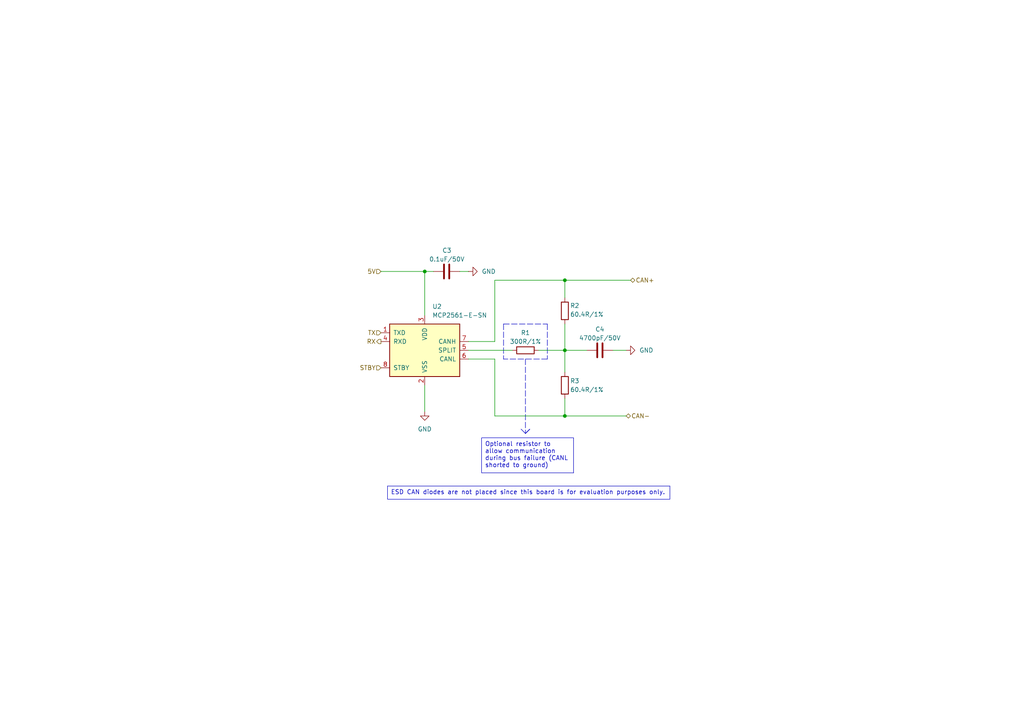
<source format=kicad_sch>
(kicad_sch (version 20231120) (generator "eeschema") (generator_version "8.0")
  (paper "A4")
  (title_block (title "${project_name}") (date "2024-11-20") (rev "v1") (company "${uni_name}") (comment 1 "${course_date}") (comment 2 "${folder_name}"))
  (lib_symbols
    (symbol "Device:C" (pin_numbers hide) (pin_names (offset 0.254))
      (property "Reference" "C" (at 0.635 2.54 0))
      (property "Value" "C" (at 0.635 -2.54 0))
      (symbol "C_0_1"
        (polyline (pts (xy -2.032 -0.762) (xy 2.032 -0.762)) (stroke (width 0.508)))
        (polyline (pts (xy -2.032 0.762) (xy 2.032 0.762)) (stroke (width 0.508)))
      )
      (symbol "C_1_1"
        (pin passive line (at 0 3.81 270) (length 2.794) (name "~") (number "1"))
        (pin passive line (at 0 -3.81 90) (length 2.794) (name "~") (number "2"))
      )
    )
    (symbol "Device:R" (pin_numbers hide) (pin_names (offset 0))
      (property "Reference" "R" (at 2.032 0 90))
      (property "Value" "R" (at 0 0 90))
      (symbol "R_0_1"
        (rectangle (start -1.016 -2.54) (end 1.016 2.54) (stroke (width 0.254)))
      )
      (symbol "R_1_1"
        (pin passive line (at 0 3.81 270) (length 1.27) (name "~") (number "1"))
        (pin passive line (at 0 -3.81 90) (length 1.27) (name "~") (number "2"))
      )
    )
    (symbol "Interface_CAN_LIN:MCP2561-E-SN" (pin_names (offset 1.016))
      (property "Reference" "U" (at -10.16 8.89 0))
      (property "Value" "MCP2561-E-SN" (at 2.54 8.89 0))
      (symbol "MCP2561-E-SN_0_1"
        (rectangle (start -10.16 7.62) (end 10.16 -7.62) (stroke (width 0.254)) (fill (type background)))
      )
      (symbol "MCP2561-E-SN_1_1"
        (pin input line (at -12.7 5.08 0) (length 2.54) (name "TXD") (number "1"))
        (pin power_in line (at 0 -10.16 90) (length 2.54) (name "VSS") (number "2"))
        (pin power_in line (at 0 10.16 270) (length 2.54) (name "VDD") (number "3"))
        (pin output line (at -12.7 2.54 0) (length 2.54) (name "RXD") (number "4"))
        (pin passive line (at 12.7 0 180) (length 2.54) (name "SPLIT") (number "5"))
        (pin bidirectional line (at 12.7 -2.54 180) (length 2.54) (name "CANL") (number "6"))
        (pin bidirectional line (at 12.7 2.54 180) (length 2.54) (name "CANH") (number "7"))
        (pin input line (at -12.7 -5.08 0) (length 2.54) (name "STBY") (number "8"))
      )
    )
    (symbol "power:GND" (power) (pin_numbers hide) (pin_names (offset 0) hide)
      (property "Value" "GND" (at 0 -3.81 0))
      (symbol "GND_0_1"
        (polyline (pts (xy 0 0) (xy 0 -1.27) (xy 1.27 -1.27) (xy 0 -2.54) (xy -1.27 -1.27) (xy 0 -1.27)))
      )
      (symbol "GND_1_1"
        (pin power_in line (at 0 0 270) (length 0) (name "~") (number "1"))
      )
    )
  )
  (junction (at 163.83 120.65))
  (junction (at 163.83 101.6))
  (junction (at 163.83 81.28))
  (junction (at 123.19 78.74))
  (wire (pts (xy 163.83 93.98) (xy 163.83 101.6)))
  (wire (pts (xy 123.19 78.74) (xy 123.19 91.44)))
  (wire (pts (xy 143.51 81.28) (xy 163.83 81.28)))
  (wire (pts (xy 163.83 81.28) (xy 163.83 86.36)))
  (wire (pts (xy 135.89 99.06) (xy 143.51 99.06)))
  (wire (pts (xy 143.51 104.14) (xy 143.51 120.65)))
  (wire (pts (xy 135.89 104.14) (xy 143.51 104.14)))
  (wire (pts (xy 143.51 120.65) (xy 163.83 120.65)))
  (polyline (pts (xy 158.75 93.98) (xy 158.75 104.14)) (stroke (width 0) (type dash)))
  (polyline (pts (xy 151.13 124.46) (xy 152.4 125.73)))
  (polyline (pts (xy 153.67 124.46) (xy 152.4 125.73)) (stroke (width 0) (type dash)))
  (wire (pts (xy 163.83 120.65) (xy 181.61 120.65)))
  (wire (pts (xy 123.19 111.76) (xy 123.19 119.38)))
  (wire (pts (xy 163.83 115.57) (xy 163.83 120.65)))
  (wire (pts (xy 123.19 78.74) (xy 125.73 78.74)))
  (wire (pts (xy 163.83 101.6) (xy 170.18 101.6)))
  (polyline (pts (xy 152.4 125.73) (xy 153.67 124.46)) (stroke (width 0) (type dash)))
  (polyline (pts (xy 146.05 93.98) (xy 158.75 93.98)) (stroke (width 0) (type dash)))
  (wire (pts (xy 110.49 78.74) (xy 123.19 78.74)))
  (wire (pts (xy 163.83 101.6) (xy 163.83 107.95)))
  (polyline (pts (xy 152.4 104.14) (xy 152.4 125.73)) (stroke (width 0) (type dash)))
  (wire (pts (xy 135.89 101.6) (xy 148.59 101.6)))
  (wire (pts (xy 156.21 101.6) (xy 163.83 101.6)))
  (wire (pts (xy 177.8 101.6) (xy 181.61 101.6)))
  (polyline (pts (xy 146.05 93.98) (xy 146.05 104.14)) (stroke (width 0) (type dash)))
  (polyline (pts (xy 158.75 104.14) (xy 146.05 104.14)) (stroke (width 0) (type dash)))
  (wire (pts (xy 133.35 78.74) (xy 135.89 78.74)))
  (wire (pts (xy 143.51 81.28) (xy 143.51 99.06)))
  (wire (pts (xy 163.83 81.28) (xy 182.88 81.28)))
  (text_box "Optional resistor to allow communication during bus failure (CANL shorted to ground)" (at 139.7 127 0) (size 26.67 10.16) (fill (type color) (color 255 255 255 1)) (effects (font (size 1.27 1.27)) (justify left top)))
  (text_box "ESD CAN diodes are not placed since this board is for evaluation purposes only." (at 112.395 140.97 0) (size 81.915 3.81) (fill (type color) (color 255 255 255 1)) (effects (font (size 1.27 1.27)) (justify left top)))
  (hierarchical_label "RX" (shape output) (at 110.49 99.06 180))
  (hierarchical_label "TX" (shape input) (at 110.49 96.52 180))
  (hierarchical_label "CAN+" (shape bidirectional) (at 182.88 81.28 0))
  (hierarchical_label "5V" (shape input) (at 110.49 78.74 180))
  (hierarchical_label "STBY" (shape input) (at 110.49 106.68 180))
  (hierarchical_label "CAN-" (shape bidirectional) (at 181.61 120.65 0))
  (symbol (lib_id "Device:R") (at 163.83 90.17 0) (unit 1)
    (property "Reference" "R2" (at 165.354 88.646 0) (effects (justify left)))
    (property "Value" "${Part_Value}/${Tolerance}" (at 165.354 91.186 0) (effects (justify left)))
    (property "Footprint" "Resistor_SMD:R_0603_1608Metric_Pad0.98x0.95mm_HandSolder" (effects (hide yes)))
    (property "Description" "Resistor" (effects (hide yes)))
    (property "Part_Value" "60.4R" (effects (hide yes)))
    (property "Tolerance" "1%" (effects (hide yes)))
    (property "Manufacturer_Name" "PANASONIC" (effects (hide yes)))
    (property "Ordering_Code" "ERJ-U03F60R4V" (effects (hide yes)))
    (property "Ordering_Link" "https://www.digikey.com/en/products/detail/panasonic-electronic-components/ERJ-U03F60R4V/11634997" (effects (hide yes)))
  )
  (symbol (lib_id "Device:C") (at 173.99 101.6 90) (unit 1)
    (property "Reference" "C4" (at 173.99 95.504 90))
    (property "Value" "${Part_Value}/${Voltage}" (at 173.99 98.044 90))
    (property "Footprint" "Capacitor_SMD:C_0603_1608Metric_Pad1.08x0.95mm_HandSolder" (effects (hide yes)))
    (property "Description" "Unpolarized capacitor" (effects (hide yes)))
    (property "Part_Value" "4700pF" (effects (hide yes)))
    (property "Voltage" "50V" (effects (hide yes)))
    (property "Manufacturer_Name" "SAMSUNG" (effects (hide yes)))
    (property "Ordering_Code" "CL10B472KB8WPNC" (effects (hide yes)))
    (property "Ordering_Link" "https://www.digikey.com/en/products/detail/samsung-electro-mechanics/CL10B472KB8WPNC/5961016" (effects (hide yes)))
  )
  (symbol (lib_id "power:GND") (at 135.89 78.74 90) (unit 1)
    (property "Reference" "#PWR05" (effects (hide yes)))
    (property "Value" "GND" (at 139.7 78.7399 90) (effects (justify right)))
    (property "Description" "Power symbol creates a global label with name \"GND\" , ground" (effects (hide yes)))
  )
  (symbol (lib_id "Device:R") (at 152.4 101.6 90) (unit 1)
    (property "Reference" "R1" (at 152.4 96.52 90))
    (property "Value" "${Part_Value}/${Tolerance}" (at 152.4 99.06 90))
    (property "Footprint" "Resistor_SMD:R_0603_1608Metric_Pad0.98x0.95mm_HandSolder" (effects (hide yes)))
    (property "Description" "Resistor" (effects (hide yes)))
    (property "Part_Value" "300R" (effects (hide yes)))
    (property "Tolerance" "1%" (effects (hide yes)))
    (property "Manufacturer_Name" "PANASONIC" (effects (hide yes)))
    (property "Ordering_Code" "ERJ-3EKF3000V" (effects (hide yes)))
    (property "Ordering_Link" "https://ozdisan.com/passive-components/resistors/smt-smd-and-chip-resistors/ERJ-3EKF3000V/614721" (effects (hide yes)))
  )
  (symbol (lib_id "Device:C") (at 129.54 78.74 90) (unit 1)
    (property "Reference" "C3" (at 128.27 72.644 90) (effects (justify right)))
    (property "Value" "${Part_Value}/${Voltage}" (at 124.46 75.184 90) (effects (justify right)))
    (property "Footprint" "Capacitor_SMD:C_0603_1608Metric_Pad1.08x0.95mm_HandSolder" (effects (hide yes)))
    (property "Description" "Unpolarized capacitor" (effects (hide yes)))
    (property "Part_Value" "0.1uF" (effects (hide yes)))
    (property "Voltage" "50V" (effects (hide yes)))
    (property "Manufacturer_Name" "TDK" (effects (hide yes)))
    (property "Ordering_Code" "CGA3E2X7R1H104K080AA" (effects (hide yes)))
    (property "Ordering_Link" "https://www.digikey.com/en/products/detail/tdk-corporation/CGA3E2X7R1H104K080AA/2443144?s=N4IgTCBcDaIMIHECCBmAomAGgdgEoEYAJfABgBYBpEgDhKSRAF0BfIA" (effects (hide yes)))
  )
  (symbol (lib_id "Device:R") (at 163.83 111.76 0) (unit 1)
    (property "Reference" "R3" (at 165.354 110.49 0) (effects (justify left)))
    (property "Value" "${Part_Value}/${Tolerance}" (at 165.354 113.03 0) (effects (justify left)))
    (property "Footprint" "Resistor_SMD:R_0603_1608Metric_Pad0.98x0.95mm_HandSolder" (effects (hide yes)))
    (property "Description" "Resistor" (effects (hide yes)))
    (property "Part_Value" "60.4R" (effects (hide yes)))
    (property "Tolerance" "1%" (effects (hide yes)))
    (property "Manufacturer_Name" "PANASONIC" (effects (hide yes)))
    (property "Ordering_Code" "ERJ-U03F60R4V" (effects (hide yes)))
    (property "Ordering_Link" "https://www.digikey.com/en/products/detail/panasonic-electronic-components/ERJ-U03F60R4V/11634997" (effects (hide yes)))
  )
  (symbol (lib_id "power:GND") (at 181.61 101.6 90) (unit 1)
    (property "Reference" "#PWR06" (effects (hide yes)))
    (property "Value" "GND" (at 185.42 101.5999 90) (effects (justify right)))
    (property "Description" "Power symbol creates a global label with name \"GND\" , ground" (effects (hide yes)))
  )
  (symbol (lib_id "Interface_CAN_LIN:MCP2561-E-SN") (at 123.19 101.6 0) (unit 1)
    (property "Reference" "U2" (at 125.3841 88.9 0) (effects (justify left)))
    (property "Value" "MCP2561-E-SN" (at 125.3841 91.44 0) (effects (justify left)))
    (property "Footprint" "Package_SO:SOIC-8_3.9x4.9mm_P1.27mm" (effects (hide yes)))
    (property "Datasheet" "http://ww1.microchip.com/downloads/en/DeviceDoc/25167A.pdf" (effects (hide yes)))
    (property "Description" "High-Speed CAN Transceiver, 1Mbps, 5V supply, SPLIT pin, -40C to +125C, SOIC-8" (effects (hide yes)))
    (property "Manufacturer_Name" "MICROCHIP" (effects (hide yes)))
    (property "Ordering_Code" "MCP2561-E-SN" (effects (hide yes)))
    (property "Ordering_Link" "https://ozdisan.com/entegre-devreler-icler/interface-entegreleri/driver-receiver-ve-transceiver-entegreleri/MCP2561-ESN/457815" (effects (hide yes)))
  )
  (symbol (lib_id "power:GND") (at 123.19 119.38 0) (unit 1)
    (property "Reference" "#PWR04" (effects (hide yes)))
    (property "Value" "GND" (at 123.19 124.46 0))
    (property "Description" "Power symbol creates a global label with name \"GND\" , ground" (effects (hide yes)))
  )
)
</source>
